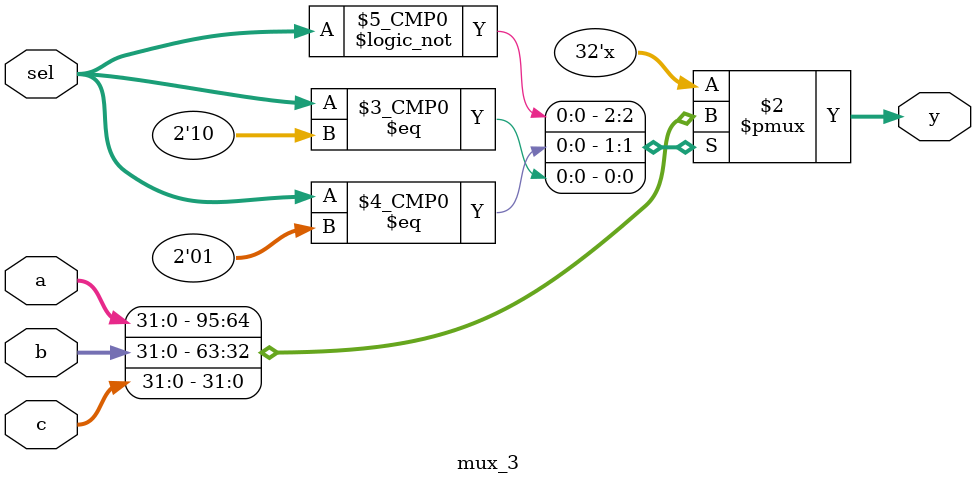
<source format=v>
module mux_3 (
    input [31:0]a,b,c,
    input [1:0]sel,
    output reg [31:0]y
);
    always @(*) begin
        case (sel)
            2'b00: y <= a;
            2'b01: y <= b;
            2'b10: y <= c; 
        endcase
    end
endmodule
</source>
